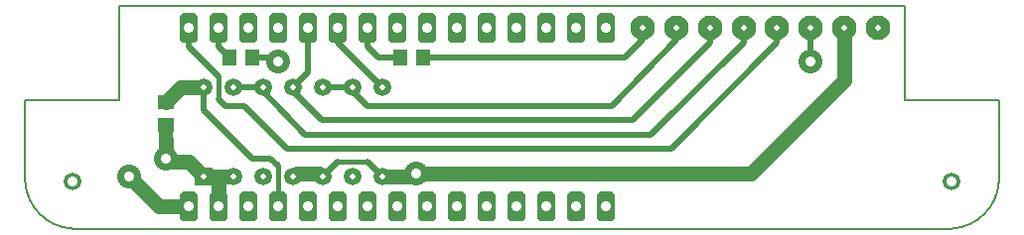
<source format=gbr>
G04 DipTrace 3.0.0.2*
G04 A.gbr*
%MOIN*%
G04 #@! TF.FileFunction,Copper,L1,Top*
G04 #@! TF.Part,Single*
%AMOUTLINE0*
4,1,8,
-0.03,0.04,
-0.03,-0.04,
-0.02,-0.05,
0.02,-0.05,
0.03,-0.04,
0.03,0.04,
0.02,0.05,
-0.02,0.05,
-0.03,0.04,
0*%
%ADD11C,0.005512*%
%ADD16C,0.02*%
%ADD29C,0.035*%
%ADD31C,0.019685*%
%ADD32C,0.035433*%
G04 #@! TA.AperFunction,Conductor*
%ADD14C,0.05*%
%ADD15C,0.015*%
%ADD17C,0.047244*%
G04 #@! TA.AperFunction,ComponentPad*
%ADD22C,0.082677*%
%ADD23R,0.055118X0.047244*%
G04 #@! TA.AperFunction,ComponentPad*
%ADD24R,0.059X0.059*%
%ADD25C,0.059*%
%ADD26R,0.047244X0.055118*%
G04 #@! TA.AperFunction,ComponentPad*
%ADD27C,0.059055*%
G04 #@! TA.AperFunction,ViaPad*
%ADD28C,0.08X0.035*%
G04 #@! TA.AperFunction,ComponentPad*
%ADD52OUTLINE0*%
%FSLAX26Y26*%
G04*
G70*
G90*
G75*
G01*
G04 Top*
%LPD*%
X637992Y513189D2*
D14*
X562992D1*
X512992Y463189D1*
X887992Y113189D2*
D15*
Y250689D1*
D16*
X862992Y275689D1*
X800492D1*
X637992Y438189D1*
Y513189D1*
X2337992Y713189D2*
Y663539D1*
X2078588Y404135D1*
X1034546D1*
X937992Y500689D1*
Y513189D1*
X987992Y713189D2*
Y563189D1*
X937992Y513189D1*
X687992Y713189D2*
Y649783D1*
X724587Y613189D1*
X1187992Y713189D2*
Y650689D1*
X1225492Y613189D1*
X1299587D1*
X1087992Y713189D2*
Y663189D1*
X1237992Y513189D1*
X587992Y113189D2*
D14*
X487992D1*
X387992Y213189D1*
X1037992Y513189D2*
D16*
X1137992D1*
Y500689D1*
X1187416Y451265D1*
X2009238D1*
X2225492Y675689D1*
Y713189D1*
X2450492D2*
Y665412D1*
X2139453Y354373D1*
X976953D1*
X837992Y500689D1*
Y513189D1*
X737992D1*
X1037992Y213189D2*
D14*
X1025492Y225689D1*
X950492D1*
X937992Y213189D1*
X737992D2*
X687992D1*
X637992D1*
X512992Y387244D2*
D17*
Y288189D1*
D14*
X537992Y263189D1*
X587992D1*
X637992Y213189D1*
X1037992D2*
D16*
X1087992Y263189D1*
D15*
X1187992D1*
D16*
X1237992Y213189D1*
D14*
X1337992D1*
X1350492Y225689D1*
X512992Y275689D2*
Y338622D1*
D17*
Y387244D1*
X2787992Y713189D2*
D14*
Y538189D1*
X2475492Y225689D1*
X1350492D1*
X687992Y113189D2*
Y213189D1*
X2112992Y713189D2*
D16*
Y675689D1*
X2050492Y613189D1*
X1375492D1*
X800492D2*
X875492D1*
X887992Y600689D1*
X2675492D2*
Y713189D1*
X587992D2*
Y650689D1*
X687992Y550689D1*
D15*
Y475689D1*
D16*
X712992Y450689D1*
X775492D1*
X919241Y306940D1*
X2206743D1*
X2562992Y663189D1*
Y713189D1*
D28*
X387992Y213189D3*
X1350492Y225689D3*
X512992Y275689D3*
X887992Y600689D3*
X2675492D3*
D22*
X2112992Y713189D3*
X2225492D3*
X2337992D3*
X2450492D3*
X2562992D3*
X2675492D3*
X2787992D3*
X2900492D3*
D52*
X587992D3*
X687992D3*
X787992D3*
X887992D3*
X987992D3*
X1087992D3*
X1187992D3*
X1287992D3*
X1387992D3*
X1487992D3*
X1587992D3*
X1687992D3*
X1787992D3*
X1887992D3*
X1987992D3*
Y113189D3*
X1887992D3*
X1787992D3*
X1687992D3*
X1587992D3*
X1487992D3*
X1387992D3*
X1287992D3*
X1187992D3*
X1087992D3*
X987992D3*
X887992D3*
X787992D3*
X687992D3*
X587992D3*
D23*
X512992Y463189D3*
Y387244D3*
D24*
X637992Y213189D3*
D25*
X737992D3*
X837992D3*
X937992D3*
X1037992D3*
X1137992D3*
X1237992D3*
Y513189D3*
X1137992D3*
X1037992D3*
X937992D3*
X837992D3*
X737992D3*
X637992D3*
D26*
X1375492Y613189D3*
X1299587D3*
X800492D3*
X724587D3*
D27*
X196850Y196850D3*
X3149606D3*
G04 Top Clear*
%LPC*%
D29*
X387992Y213189D3*
X1350492Y225689D3*
X512992Y275689D3*
X887992Y600689D3*
X2675492D3*
D31*
X2112992Y713189D3*
X2225492D3*
X2337992D3*
X2450492D3*
X2562992D3*
X2675492D3*
X2787992D3*
X2900492D3*
D32*
X587992D3*
X687992D3*
X787992D3*
X887992D3*
X987992D3*
X1087992D3*
X1187992D3*
X1287992D3*
X1387992D3*
X1487992D3*
X1587992D3*
X1687992D3*
X1787992D3*
X1887992D3*
X1987992D3*
Y113189D3*
X1887992D3*
X1787992D3*
X1687992D3*
X1587992D3*
X1487992D3*
X1387992D3*
X1287992D3*
X1187992D3*
X1087992D3*
X987992D3*
X887992D3*
X787992D3*
X687992D3*
X587992D3*
D16*
X637992Y213189D3*
X737992D3*
X837992D3*
X937992D3*
X1037992D3*
X1137992D3*
X1237992D3*
Y513189D3*
X1137992D3*
X1037992D3*
X937992D3*
X837992D3*
X737992D3*
X637992D3*
D32*
X196850Y196850D3*
X3149606D3*
G04 BoardOutline*
%LPD*%
X354331Y472441D2*
D11*
Y787402D1*
X2992126D1*
Y472441D1*
X3307087D1*
Y196850D1*
G02X3149606Y39370I-167323J9843D01*
G01*
X196850D1*
G02X39370Y196850I9843J167323D01*
G01*
Y472441D1*
X354331D1*
M02*

</source>
